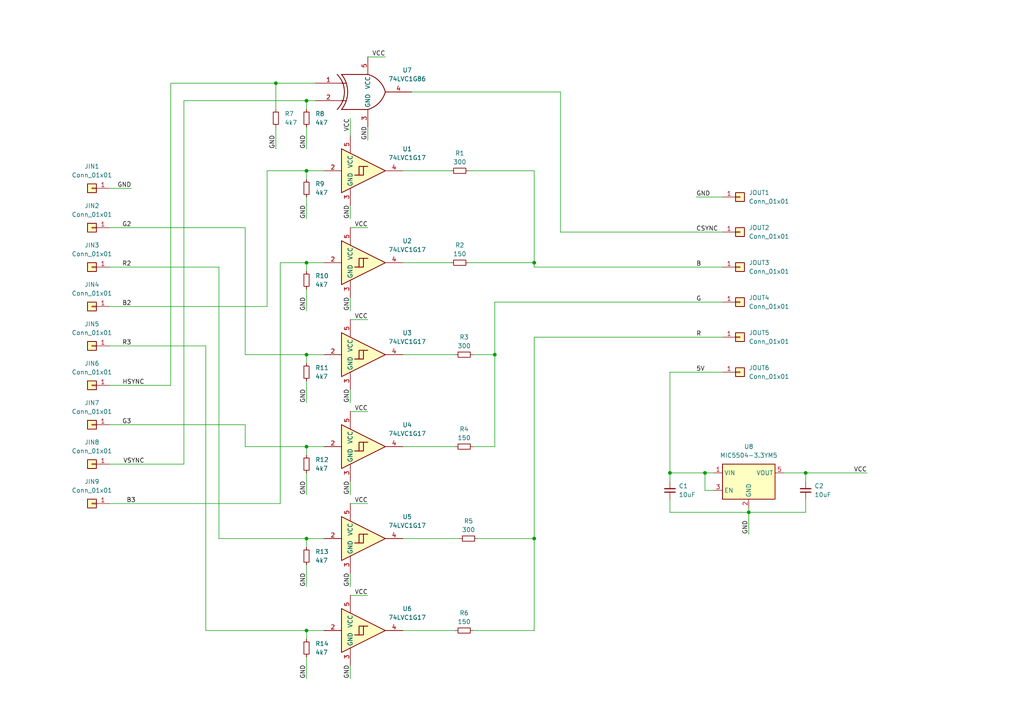
<source format=kicad_sch>
(kicad_sch (version 20231120) (generator "eeschema") (generator_version "8.0")
  (paper "A4")
  (title_block (title "DigitalViaAnalog") (rev "1"))
  (lib_symbols
    (symbol "74xGxx:74LVC1G17"
      (property "Reference" "U" (at 0 3.81 0))
      (property "Value" "74LVC1G17" (at 0 -3.81 0))
      (symbol "74LVC1G17_0_1"
        (polyline (pts (xy -7.62 6.35) (xy -7.62 -6.35) (xy 5.08 0) (xy -7.62 6.35)) (stroke (width 0.254)) (fill (type background)))
        (polyline (pts (xy -3.81 -1.27) (xy -2.54 -1.27) (xy -2.54 1.27) (xy -1.27 1.27)) (stroke (width 0.254)) (fill (type background)))
        (polyline (pts (xy -2.54 -1.27) (xy -1.27 -1.27) (xy -1.27 1.27) (xy 0 1.27)) (stroke (width 0.254)) (fill (type background)))
      )
      (symbol "74LVC1G17_1_1"
        (pin no_connect line (at -7.62 5.08 180) (length 5.08) hide (name "NC") (number "1"))
        (pin input line (at -12.7 0 0) (length 5.08) (name "~") (number "2"))
        (pin power_in line (at -5.08 -10.16 90) (length 5.08) (name "GND") (number "3"))
        (pin output line (at 10.16 0 180) (length 5.08) (name "~") (number "4"))
        (pin power_in line (at -5.08 10.16 270) (length 5.08) (name "VCC") (number "5"))
      )
    )
    (symbol "74xGxx:74LVC1G86"
      (property "Reference" "U" (at -5.08 7.62 0))
      (property "Value" "74LVC1G86" (at 7.62 -7.62 0))
      (symbol "74LVC1G86_0_1"
        (arc (start -8.89 -5.08) (mid -6.7858 0) (end -8.89 5.08) (stroke (width 0.254)))
        (arc (start -7.62 -5.08) (mid -5.838 0) (end -7.62 5.08) (stroke (width 0.254)))
        (arc (start 0 -5.08) (mid 3.1986 -3.2054) (end 5.08 0) (stroke (width 0.254)))
        (polyline (pts (xy -7.62 -2.54) (xy -6.35 -2.54)) (stroke (width 0.254)) (fill (type background)))
        (polyline (pts (xy -7.62 2.54) (xy -6.35 2.54)) (stroke (width 0.254)) (fill (type background)))
        (polyline (pts (xy 0 -5.08) (xy -7.62 -5.08)) (stroke (width 0.254)) (fill (type background)))
        (polyline (pts (xy 0 5.08) (xy -7.62 5.08)) (stroke (width 0.254)) (fill (type background)))
        (arc (start 5.08 0) (mid 3.2238 3.2304) (end 0 5.08) (stroke (width 0.254)))
      )
      (symbol "74LVC1G86_1_1"
        (pin input line (at -15.24 2.54 0) (length 7.62) (name "~") (number "1"))
        (pin input line (at -15.24 -2.54 0) (length 7.62) (name "~") (number "2"))
        (pin power_in line (at 0 -10.16 90) (length 5.08) (name "GND") (number "3"))
        (pin output line (at 12.7 0 180) (length 7.62) (name "~") (number "4"))
        (pin power_in line (at 0 10.16 270) (length 5.08) (name "VCC") (number "5"))
      )
    )
    (symbol "Connector_Generic:Conn_01x01" (pin_names (offset 1.016) hide)
      (property "Reference" "J" (at 0 2.54 0))
      (property "Value" "Conn_01x01" (at 0 -2.54 0))
      (symbol "Conn_01x01_1_1"
        (rectangle (start -1.27 0.127) (end 0 -0.127) (stroke (width 0.1524)))
        (rectangle (start -1.27 1.27) (end 1.27 -1.27) (stroke (width 0.254)) (fill (type background)))
        (pin passive line (at -5.08 0 0) (length 3.81) (name "Pin_1") (number "1"))
      )
    )
    (symbol "Device:C_Small" (pin_numbers hide) (pin_names (offset 0.254) hide)
      (property "Reference" "C" (at 0.254 1.778 0))
      (property "Value" "C_Small" (at 0.254 -2.032 0))
      (symbol "C_Small_0_1"
        (polyline (pts (xy -1.524 -0.508) (xy 1.524 -0.508)) (stroke (width 0.3302)))
        (polyline (pts (xy -1.524 0.508) (xy 1.524 0.508)) (stroke (width 0.3048)))
      )
      (symbol "C_Small_1_1"
        (pin passive line (at 0 2.54 270) (length 2.032) (name "~") (number "1"))
        (pin passive line (at 0 -2.54 90) (length 2.032) (name "~") (number "2"))
      )
    )
    (symbol "Device:R_Small" (pin_numbers hide) (pin_names (offset 0.254) hide)
      (property "Reference" "R" (at 0.762 0.508 0))
      (property "Value" "R_Small" (at 0.762 -1.016 0))
      (symbol "R_Small_0_1"
        (rectangle (start -0.762 1.778) (end 0.762 -1.778) (stroke (width 0.2032)))
      )
      (symbol "R_Small_1_1"
        (pin passive line (at 0 2.54 270) (length 0.762) (name "~") (number "1"))
        (pin passive line (at 0 -2.54 90) (length 0.762) (name "~") (number "2"))
      )
    )
    (symbol "Regulator_Linear:MIC5504-3.3YM5"
      (property "Reference" "U" (at -7.62 8.89 0))
      (property "Value" "MIC5504-3.3YM5" (at -7.62 6.35 0))
      (symbol "MIC5504-3.3YM5_0_1"
        (rectangle (start -7.62 -5.08) (end 7.62 5.08) (stroke (width 0.254)) (fill (type background)))
      )
      (symbol "MIC5504-3.3YM5_1_1"
        (pin power_in line (at -10.16 2.54 0) (length 2.54) (name "VIN") (number "1"))
        (pin power_in line (at 0 -7.62 90) (length 2.54) (name "GND") (number "2"))
        (pin input line (at -10.16 -2.54 0) (length 2.54) (name "EN") (number "3"))
        (pin no_connect line (at 7.62 -2.54 180) (length 2.54) hide (name "NC") (number "4"))
        (pin power_out line (at 10.16 2.54 180) (length 2.54) (name "VOUT") (number "5"))
      )
    )
  )
  (junction (at 88.9 49.53))
  (junction (at 88.9 29.21))
  (junction (at 88.9 182.88))
  (junction (at 204.47 137.16))
  (junction (at 233.68 137.16))
  (junction (at 217.17 148.59))
  (junction (at 143.51 102.87))
  (junction (at 88.9 76.2))
  (junction (at 80.01 24.13))
  (junction (at 88.9 156.21))
  (junction (at 154.94 76.2))
  (junction (at 88.9 102.87))
  (junction (at 194.31 137.16))
  (junction (at 154.94 156.21))
  (junction (at 88.9 129.54))
  (wire (pts (xy 101.6 86.36) (xy 101.6 90.17)))
  (wire (pts (xy 80.01 36.83) (xy 80.01 43.18)))
  (wire (pts (xy 143.51 102.87) (xy 143.51 129.54)))
  (wire (pts (xy 80.01 24.13) (xy 80.01 31.75)))
  (wire (pts (xy 101.6 172.72) (xy 106.68 172.72)))
  (wire (pts (xy 59.69 100.33) (xy 59.69 182.88)))
  (wire (pts (xy 138.43 156.21) (xy 154.94 156.21)))
  (wire (pts (xy 49.53 24.13) (xy 80.01 24.13)))
  (wire (pts (xy 31.75 66.04) (xy 71.12 66.04)))
  (wire (pts (xy 233.68 148.59) (xy 233.68 144.78)))
  (wire (pts (xy 88.9 36.83) (xy 88.9 43.18)))
  (wire (pts (xy 101.6 119.38) (xy 106.68 119.38)))
  (wire (pts (xy 143.51 129.54) (xy 137.16 129.54)))
  (wire (pts (xy 88.9 163.83) (xy 88.9 170.18)))
  (wire (pts (xy 116.84 129.54) (xy 132.08 129.54)))
  (wire (pts (xy 154.94 97.79) (xy 154.94 156.21)))
  (wire (pts (xy 31.75 134.62) (xy 53.34 134.62)))
  (wire (pts (xy 31.75 88.9) (xy 77.47 88.9)))
  (wire (pts (xy 88.9 137.16) (xy 88.9 143.51)))
  (wire (pts (xy 88.9 129.54) (xy 93.98 129.54)))
  (wire (pts (xy 194.31 137.16) (xy 204.47 137.16)))
  (wire (pts (xy 77.47 49.53) (xy 88.9 49.53)))
  (wire (pts (xy 217.17 148.59) (xy 233.68 148.59)))
  (wire (pts (xy 233.68 137.16) (xy 251.46 137.16)))
  (wire (pts (xy 71.12 102.87) (xy 88.9 102.87)))
  (wire (pts (xy 101.6 139.7) (xy 101.6 143.51)))
  (wire (pts (xy 204.47 137.16) (xy 207.01 137.16)))
  (wire (pts (xy 116.84 102.87) (xy 132.08 102.87)))
  (wire (pts (xy 101.6 146.05) (xy 106.68 146.05)))
  (wire (pts (xy 77.47 88.9) (xy 77.47 49.53)))
  (wire (pts (xy 101.6 166.37) (xy 101.6 170.18)))
  (wire (pts (xy 154.94 182.88) (xy 154.94 156.21)))
  (wire (pts (xy 116.84 49.53) (xy 130.81 49.53)))
  (wire (pts (xy 137.16 182.88) (xy 154.94 182.88)))
  (wire (pts (xy 233.68 139.7) (xy 233.68 137.16)))
  (wire (pts (xy 116.84 182.88) (xy 132.08 182.88)))
  (wire (pts (xy 63.5 156.21) (xy 88.9 156.21)))
  (wire (pts (xy 207.01 142.24) (xy 204.47 142.24)))
  (wire (pts (xy 88.9 102.87) (xy 88.9 105.41)))
  (wire (pts (xy 88.9 129.54) (xy 88.9 132.08)))
  (wire (pts (xy 101.6 193.04) (xy 101.6 196.85)))
  (wire (pts (xy 135.89 49.53) (xy 154.94 49.53)))
  (wire (pts (xy 88.9 76.2) (xy 93.98 76.2)))
  (wire (pts (xy 81.28 76.2) (xy 88.9 76.2)))
  (wire (pts (xy 88.9 29.21) (xy 91.44 29.21)))
  (wire (pts (xy 162.56 67.31) (xy 209.55 67.31)))
  (wire (pts (xy 88.9 156.21) (xy 93.98 156.21)))
  (wire (pts (xy 49.53 24.13) (xy 49.53 111.76)))
  (wire (pts (xy 194.31 107.95) (xy 194.31 137.16)))
  (wire (pts (xy 31.75 111.76) (xy 49.53 111.76)))
  (wire (pts (xy 88.9 102.87) (xy 93.98 102.87)))
  (wire (pts (xy 63.5 77.47) (xy 63.5 156.21)))
  (wire (pts (xy 154.94 49.53) (xy 154.94 76.2)))
  (wire (pts (xy 31.75 123.19) (xy 71.12 123.19)))
  (wire (pts (xy 201.93 57.15) (xy 209.55 57.15)))
  (wire (pts (xy 31.75 100.33) (xy 59.69 100.33)))
  (wire (pts (xy 194.31 107.95) (xy 209.55 107.95)))
  (wire (pts (xy 88.9 31.75) (xy 88.9 29.21)))
  (wire (pts (xy 194.31 148.59) (xy 194.31 144.78)))
  (wire (pts (xy 101.6 59.69) (xy 101.6 63.5)))
  (wire (pts (xy 116.84 76.2) (xy 130.81 76.2)))
  (wire (pts (xy 88.9 182.88) (xy 88.9 185.42)))
  (wire (pts (xy 217.17 147.32) (xy 217.17 148.59)))
  (wire (pts (xy 31.75 54.61) (xy 38.1 54.61)))
  (wire (pts (xy 80.01 24.13) (xy 91.44 24.13)))
  (wire (pts (xy 31.75 146.05) (xy 81.28 146.05)))
  (wire (pts (xy 88.9 110.49) (xy 88.9 116.84)))
  (wire (pts (xy 106.68 16.51) (xy 111.76 16.51)))
  (wire (pts (xy 101.6 66.04) (xy 106.68 66.04)))
  (wire (pts (xy 135.89 76.2) (xy 154.94 76.2)))
  (wire (pts (xy 88.9 49.53) (xy 93.98 49.53)))
  (wire (pts (xy 101.6 39.37) (xy 101.6 34.29)))
  (wire (pts (xy 162.56 26.67) (xy 162.56 67.31)))
  (wire (pts (xy 106.68 36.83) (xy 106.68 40.64)))
  (wire (pts (xy 116.84 156.21) (xy 133.35 156.21)))
  (wire (pts (xy 143.51 87.63) (xy 209.55 87.63)))
  (wire (pts (xy 137.16 102.87) (xy 143.51 102.87)))
  (wire (pts (xy 194.31 139.7) (xy 194.31 137.16)))
  (wire (pts (xy 217.17 148.59) (xy 194.31 148.59)))
  (wire (pts (xy 53.34 29.21) (xy 88.9 29.21)))
  (wire (pts (xy 154.94 77.47) (xy 209.55 77.47)))
  (wire (pts (xy 88.9 57.15) (xy 88.9 63.5)))
  (wire (pts (xy 101.6 92.71) (xy 106.68 92.71)))
  (wire (pts (xy 204.47 142.24) (xy 204.47 137.16)))
  (wire (pts (xy 88.9 182.88) (xy 93.98 182.88)))
  (wire (pts (xy 101.6 113.03) (xy 101.6 116.84)))
  (wire (pts (xy 88.9 190.5) (xy 88.9 196.85)))
  (wire (pts (xy 154.94 76.2) (xy 154.94 77.47)))
  (wire (pts (xy 53.34 29.21) (xy 53.34 134.62)))
  (wire (pts (xy 71.12 66.04) (xy 71.12 102.87)))
  (wire (pts (xy 154.94 97.79) (xy 209.55 97.79)))
  (wire (pts (xy 143.51 102.87) (xy 143.51 87.63)))
  (wire (pts (xy 217.17 148.59) (xy 217.17 154.94)))
  (wire (pts (xy 88.9 83.82) (xy 88.9 90.17)))
  (wire (pts (xy 71.12 129.54) (xy 88.9 129.54)))
  (wire (pts (xy 71.12 123.19) (xy 71.12 129.54)))
  (wire (pts (xy 162.56 26.67) (xy 119.38 26.67)))
  (wire (pts (xy 88.9 158.75) (xy 88.9 156.21)))
  (wire (pts (xy 31.75 77.47) (xy 63.5 77.47)))
  (wire (pts (xy 59.69 182.88) (xy 88.9 182.88)))
  (wire (pts (xy 227.33 137.16) (xy 233.68 137.16)))
  (wire (pts (xy 81.28 76.2) (xy 81.28 146.05)))
  (wire (pts (xy 88.9 76.2) (xy 88.9 78.74)))
  (wire (pts (xy 88.9 52.07) (xy 88.9 49.53)))
  (label "G2" (at 38.1 66.04 180))
  (label "GND" (at 106.68 40.64 90))
  (label "GND" (at 88.9 170.18 90))
  (label "VCC" (at 106.68 66.04 180))
  (label "VCC" (at 111.76 16.51 180))
  (label "VCC" (at 106.68 172.72 180))
  (label "GND" (at 88.9 43.18 90))
  (label "GND" (at 88.9 116.84 90))
  (label "5V" (at 201.93 107.95 0))
  (label "VCC" (at 106.68 119.38 180))
  (label "GND" (at 201.93 57.15 0))
  (label "GND" (at 101.6 170.18 90))
  (label "GND" (at 80.01 43.18 90))
  (label "GND" (at 217.17 154.94 90))
  (label "GND" (at 88.9 90.17 90))
  (label "GND" (at 101.6 196.85 90))
  (label "GND" (at 38.1 54.61 180))
  (label "GND" (at 101.6 143.51 90))
  (label "GND" (at 101.6 90.17 90))
  (label "G" (at 201.93 87.63 0))
  (label "B2" (at 38.1 88.9 180))
  (label "GND" (at 88.9 63.5 90))
  (label "VCC" (at 106.68 92.71 180))
  (label "CSYNC" (at 201.93 67.31 0))
  (label "B3" (at 39.37 146.05 180))
  (label "GND" (at 88.9 143.51 90))
  (label "R" (at 201.93 97.79 0))
  (label "B" (at 201.93 77.47 0))
  (label "R2" (at 38.1 77.47 180))
  (label "VCC" (at 106.68 146.05 180))
  (label "VCC" (at 101.6 34.29 270))
  (label "VSYNC" (at 41.91 134.62 180))
  (label "HSYNC" (at 41.91 111.76 180))
  (label "GND" (at 101.6 116.84 90))
  (label "GND" (at 101.6 63.5 90))
  (label "G3" (at 38.1 123.19 180))
  (label "GND" (at 88.9 196.85 90))
  (label "VCC" (at 251.46 137.16 180))
  (label "R3" (at 38.1 100.33 180))
  (symbol (lib_id "Device:R_Small") (at 134.62 182.88 90) (unit 1)
    (property "Reference" "R6" (at 134.62 177.8 90))
    (property "Value" "150" (at 134.62 180.34 90))
    (property "Footprint" "Resistor_SMD:R_0603_1608Metric" (effects (hide yes)))
    (property "Description" "Resistor, small symbol" (effects (hide yes)))
  )
  (symbol (lib_id "Connector_Generic:Conn_01x01") (at 214.63 77.47 0) (unit 1)
    (property "Reference" "JOUT3" (at 217.17 76.1999 0) (effects (justify left)))
    (property "Value" "Conn_01x01" (at 217.17 78.7399 0) (effects (justify left)))
    (property "Footprint" "Library:TestPoint_Pad_2.5x1.5mm" (effects (hide yes)))
    (property "Description" "Generic connector, single row, 01x01, script generated (kicad-library-utils/schlib/autogen/connector/)" (effects (hide yes)))
  )
  (symbol (lib_id "Connector_Generic:Conn_01x01") (at 26.67 146.05 180) (unit 1)
    (property "Reference" "JIN9" (at 26.67 139.7 0))
    (property "Value" "Conn_01x01" (at 26.67 142.24 0))
    (property "Footprint" "Library:TestPoint_Pad_2.5x1.5mm" (effects (hide yes)))
    (property "Description" "Generic connector, single row, 01x01, script generated (kicad-library-utils/schlib/autogen/connector/)" (effects (hide yes)))
  )
  (symbol (lib_id "Device:R_Small") (at 88.9 134.62 0) (unit 1)
    (property "Reference" "R12" (at 91.44 133.3499 0) (effects (justify left)))
    (property "Value" "4k7" (at 91.44 135.8899 0) (effects (justify left)))
    (property "Footprint" "Resistor_SMD:R_0603_1608Metric" (effects (hide yes)))
    (property "Description" "Resistor, small symbol" (effects (hide yes)))
  )
  (symbol (lib_id "Connector_Generic:Conn_01x01") (at 26.67 100.33 180) (unit 1)
    (property "Reference" "JIN5" (at 26.67 93.98 0))
    (property "Value" "Conn_01x01" (at 26.67 96.52 0))
    (property "Footprint" "Library:TestPoint_Pad_2.5x1.5mm" (effects (hide yes)))
    (property "Description" "Generic connector, single row, 01x01, script generated (kicad-library-utils/schlib/autogen/connector/)" (effects (hide yes)))
  )
  (symbol (lib_id "Connector_Generic:Conn_01x01") (at 26.67 77.47 180) (unit 1)
    (property "Reference" "JIN3" (at 26.67 71.12 0))
    (property "Value" "Conn_01x01" (at 26.67 73.66 0))
    (property "Footprint" "Library:TestPoint_Pad_2.5x1.5mm" (effects (hide yes)))
    (property "Description" "Generic connector, single row, 01x01, script generated (kicad-library-utils/schlib/autogen/connector/)" (effects (hide yes)))
  )
  (symbol (lib_id "Device:R_Small") (at 80.01 34.29 180) (unit 1)
    (property "Reference" "R7" (at 82.55 33.0199 0) (effects (justify right)))
    (property "Value" "4k7" (at 82.55 35.5599 0) (effects (justify right)))
    (property "Footprint" "Resistor_SMD:R_0603_1608Metric" (effects (hide yes)))
    (property "Description" "Resistor, small symbol" (effects (hide yes)))
  )
  (symbol (lib_id "Connector_Generic:Conn_01x01") (at 214.63 97.79 0) (unit 1)
    (property "Reference" "JOUT5" (at 217.17 96.5199 0) (effects (justify left)))
    (property "Value" "Conn_01x01" (at 217.17 99.0599 0) (effects (justify left)))
    (property "Footprint" "Library:TestPoint_Pad_2.5x1.5mm" (effects (hide yes)))
    (property "Description" "Generic connector, single row, 01x01, script generated (kicad-library-utils/schlib/autogen/connector/)" (effects (hide yes)))
  )
  (symbol (lib_id "Device:R_Small") (at 88.9 107.95 0) (unit 1)
    (property "Reference" "R11" (at 91.44 106.6799 0) (effects (justify left)))
    (property "Value" "4k7" (at 91.44 109.2199 0) (effects (justify left)))
    (property "Footprint" "Resistor_SMD:R_0603_1608Metric" (effects (hide yes)))
    (property "Description" "Resistor, small symbol" (effects (hide yes)))
  )
  (symbol (lib_id "Connector_Generic:Conn_01x01") (at 214.63 107.95 0) (unit 1)
    (property "Reference" "JOUT6" (at 217.17 106.6799 0) (effects (justify left)))
    (property "Value" "Conn_01x01" (at 217.17 109.2199 0) (effects (justify left)))
    (property "Footprint" "Library:TestPoint_Pad_2.5x1.5mm" (effects (hide yes)))
    (property "Description" "Generic connector, single row, 01x01, script generated (kicad-library-utils/schlib/autogen/connector/)" (effects (hide yes)))
  )
  (symbol (lib_id "Device:R_Small") (at 133.35 76.2 90) (unit 1)
    (property "Reference" "R2" (at 133.35 71.12 90))
    (property "Value" "150" (at 133.35 73.66 90))
    (property "Footprint" "Resistor_SMD:R_0603_1608Metric" (effects (hide yes)))
    (property "Description" "Resistor, small symbol" (effects (hide yes)))
  )
  (symbol (lib_id "74xGxx:74LVC1G17") (at 106.68 129.54 0) (unit 1)
    (property "Reference" "U4" (at 118.11 123.2214 0))
    (property "Value" "74LVC1G17" (at 118.11 125.7614 0))
    (property "Footprint" "Package_TO_SOT_SMD:SOT-353_SC-70-5" (effects (hide yes)))
    (property "Datasheet" "https://www.ti.com/lit/ds/symlink/sn74lvc1g17.pdf" (effects (hide yes)))
    (property "Description" "Single Schmitt Buffer Gate, Low-Voltage CMOS" (effects (hide yes)))
  )
  (symbol (lib_id "Connector_Generic:Conn_01x01") (at 26.67 54.61 180) (unit 1)
    (property "Reference" "JIN1" (at 26.67 48.26 0))
    (property "Value" "Conn_01x01" (at 26.67 50.8 0))
    (property "Footprint" "Library:TestPoint_Pad_2.5x1.5mm" (effects (hide yes)))
    (property "Description" "Generic connector, single row, 01x01, script generated (kicad-library-utils/schlib/autogen/connector/)" (effects (hide yes)))
  )
  (symbol (lib_id "Device:R_Small") (at 88.9 34.29 180) (unit 1)
    (property "Reference" "R8" (at 91.44 33.0199 0) (effects (justify right)))
    (property "Value" "4k7" (at 91.44 35.5599 0) (effects (justify right)))
    (property "Footprint" "Resistor_SMD:R_0603_1608Metric" (effects (hide yes)))
    (property "Description" "Resistor, small symbol" (effects (hide yes)))
  )
  (symbol (lib_id "74xGxx:74LVC1G86") (at 106.68 26.67 0) (unit 1)
    (property "Reference" "U7" (at 118.11 20.3514 0))
    (property "Value" "74LVC1G86" (at 118.11 22.8914 0))
    (property "Footprint" "Package_TO_SOT_SMD:SOT-353_SC-70-5" (effects (hide yes)))
    (property "Datasheet" "http://www.ti.com/lit/sg/scyt129e/scyt129e.pdf" (effects (hide yes)))
    (property "Description" "Single XOR Gate, Low-Voltage CMOS" (effects (hide yes)))
  )
  (symbol (lib_id "Device:R_Small") (at 134.62 129.54 90) (unit 1)
    (property "Reference" "R4" (at 134.62 124.46 90))
    (property "Value" "150" (at 134.62 127 90))
    (property "Footprint" "Resistor_SMD:R_0603_1608Metric" (effects (hide yes)))
    (property "Description" "Resistor, small symbol" (effects (hide yes)))
  )
  (symbol (lib_id "Device:R_Small") (at 134.62 102.87 90) (unit 1)
    (property "Reference" "R3" (at 134.62 97.79 90))
    (property "Value" "300" (at 134.62 100.33 90))
    (property "Footprint" "Resistor_SMD:R_0603_1608Metric" (effects (hide yes)))
    (property "Description" "Resistor, small symbol" (effects (hide yes)))
  )
  (symbol (lib_id "Regulator_Linear:MIC5504-3.3YM5") (at 217.17 139.7 0) (unit 1)
    (property "Reference" "U8" (at 217.17 129.54 0))
    (property "Value" "MIC5504-3.3YM5" (at 217.17 132.08 0))
    (property "Footprint" "Package_TO_SOT_SMD:SOT-23-5" (effects (hide yes)))
    (property "Datasheet" "http://ww1.microchip.com/downloads/en/DeviceDoc/MIC550X.pdf" (effects (hide yes)))
    (property "Description" "300mA Low-dropout Voltage Regulator, Vout 3.3V, Vin up to 5.5V, SOT-23" (effects (hide yes)))
  )
  (symbol (lib_id "74xGxx:74LVC1G17") (at 106.68 156.21 0) (unit 1)
    (property "Reference" "U5" (at 118.11 149.8914 0))
    (property "Value" "74LVC1G17" (at 118.11 152.4314 0))
    (property "Footprint" "Package_TO_SOT_SMD:SOT-353_SC-70-5" (effects (hide yes)))
    (property "Datasheet" "https://www.ti.com/lit/ds/symlink/sn74lvc1g17.pdf" (effects (hide yes)))
    (property "Description" "Single Schmitt Buffer Gate, Low-Voltage CMOS" (effects (hide yes)))
  )
  (symbol (lib_id "Connector_Generic:Conn_01x01") (at 26.67 123.19 180) (unit 1)
    (property "Reference" "JIN7" (at 26.67 116.84 0))
    (property "Value" "Conn_01x01" (at 26.67 119.38 0))
    (property "Footprint" "Library:TestPoint_Pad_2.5x1.5mm" (effects (hide yes)))
    (property "Description" "Generic connector, single row, 01x01, script generated (kicad-library-utils/schlib/autogen/connector/)" (effects (hide yes)))
  )
  (symbol (lib_id "Device:C_Small") (at 233.68 142.24 180) (unit 1)
    (property "Reference" "C2" (at 236.22 140.9635 0) (effects (justify right)))
    (property "Value" "10uF" (at 236.22 143.5035 0) (effects (justify right)))
    (property "Footprint" "Capacitor_SMD:C_0805_2012Metric" (effects (hide yes)))
    (property "Description" "Unpolarized capacitor, small symbol" (effects (hide yes)))
  )
  (symbol (lib_id "Connector_Generic:Conn_01x01") (at 26.67 88.9 180) (unit 1)
    (property "Reference" "JIN4" (at 26.67 82.55 0))
    (property "Value" "Conn_01x01" (at 26.67 85.09 0))
    (property "Footprint" "Library:TestPoint_Pad_2.5x1.5mm" (effects (hide yes)))
    (property "Description" "Generic connector, single row, 01x01, script generated (kicad-library-utils/schlib/autogen/connector/)" (effects (hide yes)))
  )
  (symbol (lib_id "Connector_Generic:Conn_01x01") (at 26.67 66.04 180) (unit 1)
    (property "Reference" "JIN2" (at 26.67 59.69 0))
    (property "Value" "Conn_01x01" (at 26.67 62.23 0))
    (property "Footprint" "Library:TestPoint_Pad_2.5x1.5mm" (effects (hide yes)))
    (property "Description" "Generic connector, single row, 01x01, script generated (kicad-library-utils/schlib/autogen/connector/)" (effects (hide yes)))
  )
  (symbol (lib_id "Device:C_Small") (at 194.31 142.24 180) (unit 1)
    (property "Reference" "C1" (at 196.85 140.9635 0) (effects (justify right)))
    (property "Value" "10uF" (at 196.85 143.5035 0) (effects (justify right)))
    (property "Footprint" "Capacitor_SMD:C_0805_2012Metric" (effects (hide yes)))
    (property "Description" "Unpolarized capacitor, small symbol" (effects (hide yes)))
  )
  (symbol (lib_id "Device:R_Small") (at 88.9 161.29 0) (unit 1)
    (property "Reference" "R13" (at 91.44 160.0199 0) (effects (justify left)))
    (property "Value" "4k7" (at 91.44 162.5599 0) (effects (justify left)))
    (property "Footprint" "Resistor_SMD:R_0603_1608Metric" (effects (hide yes)))
    (property "Description" "Resistor, small symbol" (effects (hide yes)))
  )
  (symbol (lib_id "Connector_Generic:Conn_01x01") (at 214.63 87.63 0) (unit 1)
    (property "Reference" "JOUT4" (at 217.17 86.3599 0) (effects (justify left)))
    (property "Value" "Conn_01x01" (at 217.17 88.8999 0) (effects (justify left)))
    (property "Footprint" "Library:TestPoint_Pad_2.5x1.5mm" (effects (hide yes)))
    (property "Description" "Generic connector, single row, 01x01, script generated (kicad-library-utils/schlib/autogen/connector/)" (effects (hide yes)))
  )
  (symbol (lib_id "Device:R_Small") (at 133.35 49.53 90) (unit 1)
    (property "Reference" "R1" (at 133.35 44.45 90))
    (property "Value" "300" (at 133.35 46.99 90))
    (property "Footprint" "Resistor_SMD:R_0603_1608Metric" (effects (hide yes)))
    (property "Description" "Resistor, small symbol" (effects (hide yes)))
  )
  (symbol (lib_id "Connector_Generic:Conn_01x01") (at 26.67 134.62 180) (unit 1)
    (property "Reference" "JIN8" (at 26.67 128.27 0))
    (property "Value" "Conn_01x01" (at 26.67 130.81 0))
    (property "Footprint" "Library:TestPoint_Pad_2.5x1.5mm" (effects (hide yes)))
    (property "Description" "Generic connector, single row, 01x01, script generated (kicad-library-utils/schlib/autogen/connector/)" (effects (hide yes)))
  )
  (symbol (lib_id "Connector_Generic:Conn_01x01") (at 214.63 67.31 0) (unit 1)
    (property "Reference" "JOUT2" (at 217.17 66.0399 0) (effects (justify left)))
    (property "Value" "Conn_01x01" (at 217.17 68.5799 0) (effects (justify left)))
    (property "Footprint" "Library:TestPoint_Pad_2.5x1.5mm" (effects (hide yes)))
    (property "Description" "Generic connector, single row, 01x01, script generated (kicad-library-utils/schlib/autogen/connector/)" (effects (hide yes)))
  )
  (symbol (lib_id "Connector_Generic:Conn_01x01") (at 214.63 57.15 0) (unit 1)
    (property "Reference" "JOUT1" (at 217.17 55.8799 0) (effects (justify left)))
    (property "Value" "Conn_01x01" (at 217.17 58.4199 0) (effects (justify left)))
    (property "Footprint" "Library:TestPoint_Pad_2.5x1.5mm" (effects (hide yes)))
    (property "Description" "Generic connector, single row, 01x01, script generated (kicad-library-utils/schlib/autogen/connector/)" (effects (hide yes)))
  )
  (symbol (lib_id "Device:R_Small") (at 88.9 187.96 0) (unit 1)
    (property "Reference" "R14" (at 91.44 186.6899 0) (effects (justify left)))
    (property "Value" "4k7" (at 91.44 189.2299 0) (effects (justify left)))
    (property "Footprint" "Resistor_SMD:R_0603_1608Metric" (effects (hide yes)))
    (property "Description" "Resistor, small symbol" (effects (hide yes)))
  )
  (symbol (lib_id "74xGxx:74LVC1G17") (at 106.68 182.88 0) (unit 1)
    (property "Reference" "U6" (at 118.11 176.5614 0))
    (property "Value" "74LVC1G17" (at 118.11 179.1014 0))
    (property "Footprint" "Package_TO_SOT_SMD:SOT-353_SC-70-5" (effects (hide yes)))
    (property "Datasheet" "https://www.ti.com/lit/ds/symlink/sn74lvc1g17.pdf" (effects (hide yes)))
    (property "Description" "Single Schmitt Buffer Gate, Low-Voltage CMOS" (effects (hide yes)))
  )
  (symbol (lib_id "74xGxx:74LVC1G17") (at 106.68 102.87 0) (unit 1)
    (property "Reference" "U3" (at 118.11 96.5514 0))
    (property "Value" "74LVC1G17" (at 118.11 99.0914 0))
    (property "Footprint" "Package_TO_SOT_SMD:SOT-353_SC-70-5" (effects (hide yes)))
    (property "Datasheet" "https://www.ti.com/lit/ds/symlink/sn74lvc1g17.pdf" (effects (hide yes)))
    (property "Description" "Single Schmitt Buffer Gate, Low-Voltage CMOS" (effects (hide yes)))
  )
  (symbol (lib_id "Connector_Generic:Conn_01x01") (at 26.67 111.76 180) (unit 1)
    (property "Reference" "JIN6" (at 26.67 105.41 0))
    (property "Value" "Conn_01x01" (at 26.67 107.95 0))
    (property "Footprint" "Library:TestPoint_Pad_2.5x1.5mm" (effects (hide yes)))
    (property "Description" "Generic connector, single row, 01x01, script generated (kicad-library-utils/schlib/autogen/connector/)" (effects (hide yes)))
  )
  (symbol (lib_id "Device:R_Small") (at 88.9 54.61 180) (unit 1)
    (property "Reference" "R9" (at 91.44 53.3399 0) (effects (justify right)))
    (property "Value" "4k7" (at 91.44 55.8799 0) (effects (justify right)))
    (property "Footprint" "Resistor_SMD:R_0603_1608Metric" (effects (hide yes)))
    (property "Description" "Resistor, small symbol" (effects (hide yes)))
  )
  (symbol (lib_id "74xGxx:74LVC1G17") (at 106.68 49.53 0) (unit 1)
    (property "Reference" "U1" (at 118.11 43.2114 0))
    (property "Value" "74LVC1G17" (at 118.11 45.7514 0))
    (property "Footprint" "Package_TO_SOT_SMD:SOT-353_SC-70-5" (effects (hide yes)))
    (property "Datasheet" "https://www.ti.com/lit/ds/symlink/sn74lvc1g17.pdf" (effects (hide yes)))
    (property "Description" "Single Schmitt Buffer Gate, Low-Voltage CMOS" (effects (hide yes)))
  )
  (symbol (lib_id "Device:R_Small") (at 88.9 81.28 0) (unit 1)
    (property "Reference" "R10" (at 91.44 80.0099 0) (effects (justify left)))
    (property "Value" "4k7" (at 91.44 82.5499 0) (effects (justify left)))
    (property "Footprint" "Resistor_SMD:R_0603_1608Metric" (effects (hide yes)))
    (property "Description" "Resistor, small symbol" (effects (hide yes)))
  )
  (symbol (lib_id "74xGxx:74LVC1G17") (at 106.68 76.2 0) (unit 1)
    (property "Reference" "U2" (at 118.11 69.8814 0))
    (property "Value" "74LVC1G17" (at 118.11 72.4214 0))
    (property "Footprint" "Package_TO_SOT_SMD:SOT-353_SC-70-5" (effects (hide yes)))
    (property "Datasheet" "https://www.ti.com/lit/ds/symlink/sn74lvc1g17.pdf" (effects (hide yes)))
    (property "Description" "Single Schmitt Buffer Gate, Low-Voltage CMOS" (effects (hide yes)))
  )
  (symbol (lib_id "Device:R_Small") (at 135.89 156.21 90) (unit 1)
    (property "Reference" "R5" (at 135.89 151.13 90))
    (property "Value" "300" (at 135.89 153.67 90))
    (property "Footprint" "Resistor_SMD:R_0603_1608Metric" (effects (hide yes)))
    (property "Description" "Resistor, small symbol" (effects (hide yes)))
  )
)
</source>
